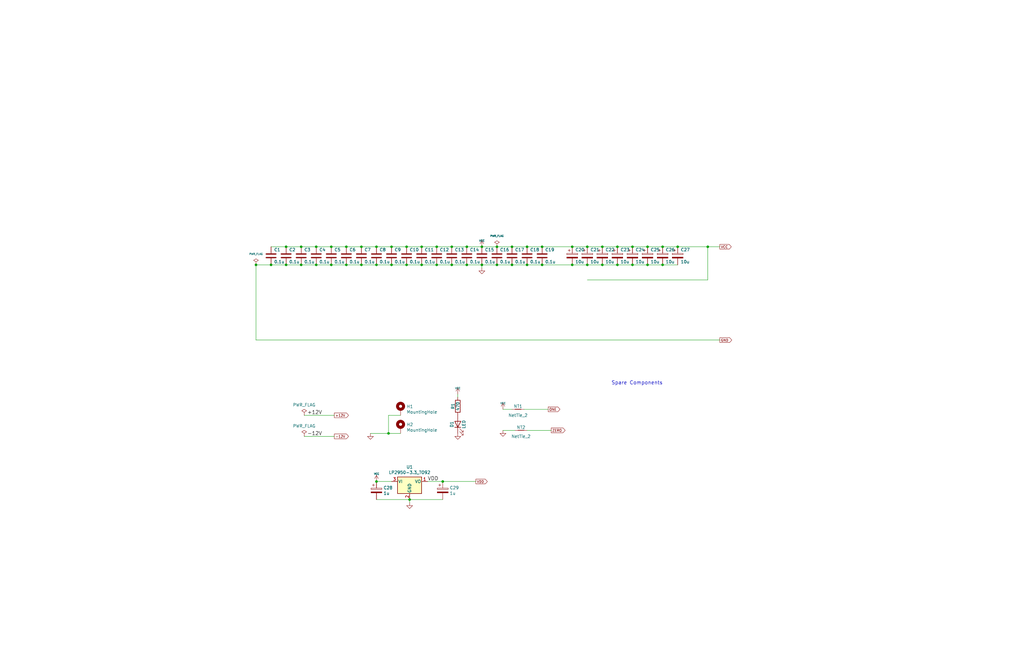
<source format=kicad_sch>
(kicad_sch (version 20211123) (generator eeschema)
  (paper "B")
  (lib_symbols
    (symbol "Device:C" (pin_numbers hide) (pin_names (offset 0.254))
      (property "Reference" "C" (at 0.635 2.54 0))
      (property "Value" "C" (at 0.635 -2.54 0))
      (symbol "C_0_1"
        (polyline (pts (xy -2.032 -0.762) (xy 2.032 -0.762)) (stroke (width 0.508)))
        (polyline (pts (xy -2.032 0.762) (xy 2.032 0.762)) (stroke (width 0.508)))
      )
      (symbol "C_1_1"
        (pin passive line (at 0 3.81 270) (length 2.794) (name "~") (number "1"))
        (pin passive line (at 0 -3.81 90) (length 2.794) (name "~") (number "2"))
      )
    )
    (symbol "Device:C_Polarized" (pin_numbers hide) (pin_names (offset 0.254))
      (property "Reference" "C" (at 0.635 2.54 0))
      (property "Value" "C_Polarized" (at 0.635 -2.54 0))
      (symbol "C_Polarized_0_1"
        (rectangle (start -2.286 0.508) (end 2.286 1.016))
        (polyline (pts (xy -1.778 2.286) (xy -0.762 2.286)))
        (polyline (pts (xy -1.27 2.794) (xy -1.27 1.778)))
        (rectangle (start 2.286 -0.508) (end -2.286 -1.016) (fill (type outline)))
      )
      (symbol "C_Polarized_1_1"
        (pin passive line (at 0 3.81 270) (length 2.794) (name "~") (number "1"))
        (pin passive line (at 0 -3.81 90) (length 2.794) (name "~") (number "2"))
      )
    )
    (symbol "Device:LED" (pin_numbers hide) (pin_names (offset 1.016) hide)
      (property "Reference" "D" (at 0 2.54 0))
      (property "Value" "LED" (at 0 -2.54 0))
      (symbol "LED_0_1"
        (polyline (pts (xy -1.27 -1.27) (xy -1.27 1.27)) (stroke (width 0.254)))
        (polyline (pts (xy -1.27 0) (xy 1.27 0)))
        (polyline (pts (xy 1.27 -1.27) (xy 1.27 1.27) (xy -1.27 0) (xy 1.27 -1.27)) (stroke (width 0.254)))
        (polyline (pts (xy -3.048 -0.762) (xy -4.572 -2.286) (xy -3.81 -2.286) (xy -4.572 -2.286) (xy -4.572 -1.524)))
        (polyline (pts (xy -1.778 -0.762) (xy -3.302 -2.286) (xy -2.54 -2.286) (xy -3.302 -2.286) (xy -3.302 -1.524)))
      )
      (symbol "LED_1_1"
        (pin passive line (at -3.81 0 0) (length 2.54) (name "K") (number "1"))
        (pin passive line (at 3.81 0 180) (length 2.54) (name "A") (number "2"))
      )
    )
    (symbol "Device:NetTie_2" (pin_numbers hide) (pin_names (offset 0) hide) (in_bom no)
      (property "Reference" "NT" (at 0 1.27 0))
      (property "Value" "NetTie_2" (at 0 -1.27 0))
      (symbol "NetTie_2_0_1"
        (polyline (pts (xy -1.27 0) (xy 1.27 0)) (stroke (width 0.254)))
      )
      (symbol "NetTie_2_1_1"
        (pin passive line (at -2.54 0 0) (length 2.54) (name "1") (number "1"))
        (pin passive line (at 2.54 0 180) (length 2.54) (name "2") (number "2"))
      )
    )
    (symbol "Device:R" (pin_numbers hide) (pin_names (offset 0))
      (property "Reference" "R" (at 2.032 0 90))
      (property "Value" "R" (at 0 0 90))
      (symbol "R_0_1"
        (rectangle (start -1.016 -2.54) (end 1.016 2.54) (stroke (width 0.254)))
      )
      (symbol "R_1_1"
        (pin passive line (at 0 3.81 270) (length 1.27) (name "~") (number "1"))
        (pin passive line (at 0 -3.81 90) (length 1.27) (name "~") (number "2"))
      )
    )
    (symbol "Mechanical:MountingHole_Pad" (pin_numbers hide) (pin_names (offset 1.016) hide)
      (property "Reference" "H" (at 0 6.35 0))
      (property "Value" "MountingHole_Pad" (at 0 4.445 0))
      (symbol "MountingHole_Pad_0_1"
        (circle (center 0 1.27) (radius 1.27) (stroke (width 1.27)))
      )
      (symbol "MountingHole_Pad_1_1"
        (pin input line (at 0 -2.54 90) (length 2.54) (name "1") (number "1"))
      )
    )
    (symbol "Regulator_Linear:LP2950-3.3_TO92" (pin_names (offset 0.254))
      (property "Reference" "U" (at -3.81 3.175 0))
      (property "Value" "LP2950-3.3_TO92" (at 0 3.175 0))
      (symbol "LP2950-3.3_TO92_0_1"
        (rectangle (start -5.08 -5.08) (end 5.08 1.905) (stroke (width 0.254)) (fill (type background)))
      )
      (symbol "LP2950-3.3_TO92_1_1"
        (pin power_out line (at 7.62 0 180) (length 2.54) (name "VO") (number "1"))
        (pin power_in line (at 0 -7.62 90) (length 2.54) (name "GND") (number "2"))
        (pin power_in line (at -7.62 0 0) (length 2.54) (name "VI") (number "3"))
      )
    )
    (symbol "power:GND" (power) (pin_names (offset 0))
      (property "Value" "GND" (at 0 -3.81 0))
      (symbol "GND_0_1"
        (polyline (pts (xy 0 0) (xy 0 -1.27) (xy 1.27 -1.27) (xy 0 -2.54) (xy -1.27 -1.27) (xy 0 -1.27)))
      )
      (symbol "GND_1_1"
        (pin power_in line (at 0 0 270) (length 0) hide (name "GND") (number "1"))
      )
    )
    (symbol "power:PWR_FLAG" (power) (pin_numbers hide) (pin_names (offset 0) hide)
      (property "Value" "PWR_FLAG" (at 0 3.81 0))
      (symbol "PWR_FLAG_0_0"
        (pin power_out line (at 0 0 90) (length 0) (name "pwr") (number "1"))
      )
      (symbol "PWR_FLAG_0_1"
        (polyline (pts (xy 0 0) (xy 0 1.27) (xy -1.016 1.905) (xy 0 2.54) (xy 1.016 1.905) (xy 0 1.27)))
      )
    )
    (symbol "power:VCC" (power) (pin_names (offset 0))
      (property "Value" "VCC" (at 0 3.81 0))
      (symbol "VCC_0_1"
        (polyline (pts (xy -0.762 1.27) (xy 0 2.54)))
        (polyline (pts (xy 0 0) (xy 0 2.54)))
        (polyline (pts (xy 0 2.54) (xy 0.762 1.27)))
      )
      (symbol "VCC_1_1"
        (pin power_in line (at 0 0 90) (length 0) hide (name "VCC") (number "1"))
      )
    )
  )
  (junction (at 273.05 104.14))
  (junction (at 241.3 111.76))
  (junction (at 158.75 203.2))
  (junction (at 279.4 111.76))
  (junction (at 127 104.14))
  (junction (at 228.6 104.14))
  (junction (at 285.75 104.14))
  (junction (at 177.8 104.14))
  (junction (at 203.2 104.14))
  (junction (at 152.4 104.14))
  (junction (at 203.2 111.76))
  (junction (at 222.25 104.14))
  (junction (at 247.65 104.14))
  (junction (at 152.4 111.76))
  (junction (at 196.85 104.14))
  (junction (at 215.9 111.76))
  (junction (at 209.55 104.14))
  (junction (at 209.55 111.76))
  (junction (at 172.72 210.82))
  (junction (at 260.35 111.76))
  (junction (at 196.85 111.76))
  (junction (at 241.3 104.14))
  (junction (at 165.1 104.14))
  (junction (at 139.7 104.14))
  (junction (at 127 111.76))
  (junction (at 114.3 111.76))
  (junction (at 260.35 104.14))
  (junction (at 177.8 111.76))
  (junction (at 163.83 182.88))
  (junction (at 107.95 111.76))
  (junction (at 171.45 104.14))
  (junction (at 190.5 104.14))
  (junction (at 184.15 104.14))
  (junction (at 266.7 111.76))
  (junction (at 158.75 104.14))
  (junction (at 133.35 111.76))
  (junction (at 171.45 111.76))
  (junction (at 165.1 111.76))
  (junction (at 279.4 104.14))
  (junction (at 298.45 104.14))
  (junction (at 266.7 104.14))
  (junction (at 247.65 111.76))
  (junction (at 146.05 104.14))
  (junction (at 228.6 111.76))
  (junction (at 184.15 111.76))
  (junction (at 215.9 104.14))
  (junction (at 190.5 111.76))
  (junction (at 254 104.14))
  (junction (at 133.35 104.14))
  (junction (at 186.69 203.2))
  (junction (at 273.05 111.76))
  (junction (at 146.05 111.76))
  (junction (at 254 111.76))
  (junction (at 222.25 111.76))
  (junction (at 139.7 111.76))
  (junction (at 120.65 111.76))
  (junction (at 158.75 111.76))
  (junction (at 120.65 104.14))
  (wire (pts (xy 152.4 111.76) (xy 158.75 111.76)))
  (wire (pts (xy 133.35 111.76) (xy 139.7 111.76)))
  (wire (pts (xy 158.75 104.14) (xy 152.4 104.14)))
  (wire (pts (xy 222.25 111.76) (xy 228.6 111.76)))
  (wire (pts (xy 203.2 111.76) (xy 209.55 111.76)))
  (wire (pts (xy 266.7 111.76) (xy 273.05 111.76)))
  (wire (pts (xy 165.1 203.2) (xy 158.75 203.2)))
  (wire (pts (xy 200.66 203.2) (xy 186.69 203.2)))
  (wire (pts (xy 190.5 111.76) (xy 196.85 111.76)))
  (wire (pts (xy 212.09 181.61) (xy 217.17 181.61)))
  (wire (pts (xy 168.91 182.88) (xy 163.83 182.88)))
  (wire (pts (xy 128.27 175.26) (xy 140.97 175.26)))
  (wire (pts (xy 165.1 104.14) (xy 158.75 104.14)))
  (wire (pts (xy 212.09 172.72) (xy 215.9 172.72)))
  (wire (pts (xy 254 111.76) (xy 260.35 111.76)))
  (wire (pts (xy 222.25 104.14) (xy 228.6 104.14)))
  (wire (pts (xy 241.3 104.14) (xy 247.65 104.14)))
  (wire (pts (xy 247.65 111.76) (xy 254 111.76)))
  (wire (pts (xy 260.35 104.14) (xy 266.7 104.14)))
  (wire (pts (xy 172.72 210.82) (xy 186.69 210.82)))
  (wire (pts (xy 196.85 111.76) (xy 203.2 111.76)))
  (wire (pts (xy 209.55 104.14) (xy 215.9 104.14)))
  (wire (pts (xy 158.75 111.76) (xy 165.1 111.76)))
  (wire (pts (xy 107.95 111.76) (xy 114.3 111.76)))
  (wire (pts (xy 228.6 104.14) (xy 241.3 104.14)))
  (wire (pts (xy 203.2 104.14) (xy 209.55 104.14)))
  (wire (pts (xy 120.65 104.14) (xy 114.3 104.14)))
  (wire (pts (xy 180.34 203.2) (xy 186.69 203.2)))
  (wire (pts (xy 184.15 104.14) (xy 190.5 104.14)))
  (wire (pts (xy 171.45 104.14) (xy 177.8 104.14)))
  (wire (pts (xy 128.27 184.15) (xy 140.97 184.15)))
  (wire (pts (xy 260.35 111.76) (xy 266.7 111.76)))
  (wire (pts (xy 127 111.76) (xy 133.35 111.76)))
  (wire (pts (xy 172.72 212.09) (xy 172.72 210.82)))
  (wire (pts (xy 279.4 104.14) (xy 285.75 104.14)))
  (wire (pts (xy 298.45 118.11) (xy 298.45 104.14)))
  (wire (pts (xy 127 104.14) (xy 120.65 104.14)))
  (wire (pts (xy 273.05 111.76) (xy 279.4 111.76)))
  (wire (pts (xy 139.7 111.76) (xy 146.05 111.76)))
  (wire (pts (xy 114.3 111.76) (xy 120.65 111.76)))
  (wire (pts (xy 215.9 111.76) (xy 222.25 111.76)))
  (wire (pts (xy 247.65 118.11) (xy 298.45 118.11)))
  (wire (pts (xy 279.4 111.76) (xy 285.75 111.76)))
  (wire (pts (xy 254 104.14) (xy 260.35 104.14)))
  (wire (pts (xy 107.95 143.51) (xy 303.53 143.51)))
  (wire (pts (xy 177.8 111.76) (xy 184.15 111.76)))
  (wire (pts (xy 298.45 104.14) (xy 303.53 104.14)))
  (wire (pts (xy 220.98 172.72) (xy 231.14 172.72)))
  (wire (pts (xy 152.4 104.14) (xy 146.05 104.14)))
  (wire (pts (xy 168.91 175.26) (xy 163.83 175.26)))
  (wire (pts (xy 203.2 111.76) (xy 203.2 113.03)))
  (wire (pts (xy 133.35 104.14) (xy 127 104.14)))
  (wire (pts (xy 146.05 104.14) (xy 139.7 104.14)))
  (wire (pts (xy 107.95 111.76) (xy 107.95 143.51)))
  (wire (pts (xy 184.15 111.76) (xy 190.5 111.76)))
  (wire (pts (xy 158.75 210.82) (xy 172.72 210.82)))
  (wire (pts (xy 193.04 167.64) (xy 193.04 166.37)))
  (wire (pts (xy 247.65 104.14) (xy 254 104.14)))
  (wire (pts (xy 228.6 111.76) (xy 241.3 111.76)))
  (wire (pts (xy 165.1 111.76) (xy 171.45 111.76)))
  (wire (pts (xy 273.05 104.14) (xy 279.4 104.14)))
  (wire (pts (xy 171.45 104.14) (xy 165.1 104.14)))
  (wire (pts (xy 222.25 181.61) (xy 232.41 181.61)))
  (wire (pts (xy 266.7 104.14) (xy 273.05 104.14)))
  (wire (pts (xy 190.5 104.14) (xy 196.85 104.14)))
  (wire (pts (xy 177.8 104.14) (xy 184.15 104.14)))
  (wire (pts (xy 163.83 175.26) (xy 163.83 182.88)))
  (wire (pts (xy 139.7 104.14) (xy 133.35 104.14)))
  (wire (pts (xy 171.45 111.76) (xy 177.8 111.76)))
  (wire (pts (xy 241.3 111.76) (xy 247.65 111.76)))
  (wire (pts (xy 196.85 104.14) (xy 203.2 104.14)))
  (wire (pts (xy 120.65 111.76) (xy 127 111.76)))
  (wire (pts (xy 215.9 104.14) (xy 222.25 104.14)))
  (wire (pts (xy 146.05 111.76) (xy 152.4 111.76)))
  (wire (pts (xy 285.75 104.14) (xy 298.45 104.14)))
  (wire (pts (xy 209.55 111.76) (xy 215.9 111.76)))
  (wire (pts (xy 163.83 182.88) (xy 156.21 182.88)))
  (text "Spare Components" (at 257.81 162.56 0) (effects (font (size 1.524 1.524)) (justify left bottom)))
  (label "VDD" (at 180.34 203.2 0) (effects (font (size 1.524 1.524))))
  (label "-12V" (at 129.54 184.15 0) (effects (font (size 1.524 1.524))))
  (label "+12V" (at 129.54 175.26 0) (effects (font (size 1.524 1.524))))
  (global_label "VDD" (shape output) (at 200.66 203.2 0) (effects (font (size 1.016 1.016))) (property "Intersheet References" "${INTERSHEET_REFS}" (effects hide)))
  (global_label "ZERO" (shape output) (at 232.41 181.61 0) (effects (font (size 1.016 1.016))) (property "Intersheet References" "${INTERSHEET_REFS}" (effects hide)))
  (global_label "VCC" (shape output) (at 303.53 104.14 0) (effects (font (size 1.016 1.016))) (property "Intersheet References" "${INTERSHEET_REFS}" (effects hide)))
  (global_label "+12V" (shape output) (at 140.97 175.26 0) (effects (font (size 1.016 1.016))) (property "Intersheet References" "${INTERSHEET_REFS}" (effects hide)))
  (global_label "GND" (shape output) (at 303.53 143.51 0) (effects (font (size 1.016 1.016))) (property "Intersheet References" "${INTERSHEET_REFS}" (effects hide)))
  (global_label "-12V" (shape output) (at 140.97 184.15 0) (effects (font (size 1.016 1.016))) (property "Intersheet References" "${INTERSHEET_REFS}" (effects hide)))
  (global_label "ONE" (shape output) (at 231.14 172.72 0) (effects (font (size 1.016 1.016))) (property "Intersheet References" "${INTERSHEET_REFS}" (effects hide)))
  (symbol (lib_id "Device:C_Polarized") (at 285.75 107.95 0) (unit 1)
    (property "Reference" "C27" (at 287.02 105.41 0) (effects (justify left)))
    (property "Value" "10u" (at 287.02 110.49 0) (effects (justify left)))
    (property "Footprint" "Capacitor_THT:CP_Radial_D5.0mm_P2.50mm" (effects hide))
  )
  (symbol (lib_id "Device:C") (at 114.3 107.95 0) (unit 1)
    (property "Reference" "C1" (at 115.57 105.41 0) (effects (justify left)))
    (property "Value" "0.1u" (at 115.57 110.49 0) (effects (justify left)))
    (property "Footprint" "Capacitor_THT:C_Disc_D5.0mm_W2.5mm_P5.00mm" (effects hide))
  )
  (symbol (lib_id "power:GND") (at 203.2 113.03 0) (unit 1)
    (property "Reference" "#PWR05" (effects hide))
    (property "Value" "GND" (effects hide))
  )
  (symbol (lib_id "power:VCC") (at 203.2 104.14 0) (unit 1)
    (property "Reference" "#PWR04" (effects hide))
    (property "Value" "VCC" (at 203.2 101.6 0) (effects (font (size 0.762 0.762))))
  )
  (symbol (lib_id "Device:C") (at 215.9 107.95 0) (unit 1)
    (property "Reference" "C17" (at 217.17 105.41 0) (effects (justify left)))
    (property "Value" "0.1u" (at 217.17 110.49 0) (effects (justify left)))
    (property "Footprint" "Capacitor_THT:C_Disc_D5.0mm_W2.5mm_P5.00mm" (effects hide))
  )
  (symbol (lib_id "Device:C") (at 165.1 107.95 0) (unit 1)
    (property "Reference" "C9" (at 166.37 105.41 0) (effects (justify left)))
    (property "Value" "0.1u" (at 166.37 110.49 0) (effects (justify left)))
    (property "Footprint" "Capacitor_THT:C_Disc_D5.0mm_W2.5mm_P5.00mm" (effects hide))
  )
  (symbol (lib_id "Device:C") (at 171.45 107.95 0) (unit 1)
    (property "Reference" "C10" (at 172.72 105.41 0) (effects (justify left)))
    (property "Value" "0.1u" (at 172.72 110.49 0) (effects (justify left)))
    (property "Footprint" "Capacitor_THT:C_Disc_D5.0mm_W2.5mm_P5.00mm" (effects hide))
  )
  (symbol (lib_id "Device:C_Polarized") (at 266.7 107.95 0) (unit 1)
    (property "Reference" "C24" (at 267.97 105.41 0) (effects (justify left)))
    (property "Value" "10u" (at 267.97 110.49 0) (effects (justify left)))
    (property "Footprint" "Capacitor_THT:CP_Radial_D5.0mm_P2.50mm" (effects hide))
  )
  (symbol (lib_id "Device:C_Polarized") (at 273.05 107.95 0) (unit 1)
    (property "Reference" "C25" (at 274.32 105.41 0) (effects (justify left)))
    (property "Value" "10u" (at 274.32 110.49 0) (effects (justify left)))
    (property "Footprint" "Capacitor_THT:CP_Radial_D5.0mm_P2.50mm" (effects hide))
  )
  (symbol (lib_id "Device:C") (at 127 107.95 0) (unit 1)
    (property "Reference" "C3" (at 128.27 105.41 0) (effects (justify left)))
    (property "Value" "0.1u" (at 128.27 110.49 0) (effects (justify left)))
    (property "Footprint" "Capacitor_THT:C_Disc_D5.0mm_W2.5mm_P5.00mm" (effects hide))
  )
  (symbol (lib_id "Device:C") (at 133.35 107.95 0) (unit 1)
    (property "Reference" "C4" (at 134.62 105.41 0) (effects (justify left)))
    (property "Value" "0.1u" (at 134.62 110.49 0) (effects (justify left)))
    (property "Footprint" "Capacitor_THT:C_Disc_D5.0mm_W2.5mm_P5.00mm" (effects hide))
  )
  (symbol (lib_id "Device:C") (at 139.7 107.95 0) (unit 1)
    (property "Reference" "C5" (at 140.97 105.41 0) (effects (justify left)))
    (property "Value" "0.1u" (at 140.97 110.49 0) (effects (justify left)))
    (property "Footprint" "Capacitor_THT:C_Disc_D5.0mm_W2.5mm_P5.00mm" (effects hide))
  )
  (symbol (lib_id "power:GND") (at 193.04 182.88 0) (unit 1)
    (property "Reference" "#PWR03" (effects hide))
    (property "Value" "GND" (effects hide))
  )
  (symbol (lib_id "Device:C") (at 152.4 107.95 0) (unit 1)
    (property "Reference" "C7" (at 153.67 105.41 0) (effects (justify left)))
    (property "Value" "0.1u" (at 153.67 110.49 0) (effects (justify left)))
    (property "Footprint" "Capacitor_THT:C_Disc_D5.0mm_W2.5mm_P5.00mm" (effects hide))
  )
  (symbol (lib_id "Device:C_Polarized") (at 279.4 107.95 0) (unit 1)
    (property "Reference" "C26" (at 280.67 105.41 0) (effects (justify left)))
    (property "Value" "10u" (at 280.67 110.49 0) (effects (justify left)))
    (property "Footprint" "Capacitor_THT:CP_Radial_D5.0mm_P2.50mm" (effects hide))
  )
  (symbol (lib_id "Device:C") (at 177.8 107.95 0) (unit 1)
    (property "Reference" "C11" (at 179.07 105.41 0) (effects (justify left)))
    (property "Value" "0.1u" (at 179.07 110.49 0) (effects (justify left)))
    (property "Footprint" "Capacitor_THT:C_Disc_D5.0mm_W2.5mm_P5.00mm" (effects hide))
  )
  (symbol (lib_id "Device:C") (at 184.15 107.95 0) (unit 1)
    (property "Reference" "C12" (at 185.42 105.41 0) (effects (justify left)))
    (property "Value" "0.1u" (at 185.42 110.49 0) (effects (justify left)))
    (property "Footprint" "Capacitor_THT:C_Disc_D5.0mm_W2.5mm_P5.00mm" (effects hide))
  )
  (symbol (lib_id "Device:C") (at 190.5 107.95 0) (unit 1)
    (property "Reference" "C13" (at 191.77 105.41 0) (effects (justify left)))
    (property "Value" "0.1u" (at 191.77 110.49 0) (effects (justify left)))
    (property "Footprint" "Capacitor_THT:C_Disc_D5.0mm_W2.5mm_P5.00mm" (effects hide))
  )
  (symbol (lib_id "power:GND") (at 212.09 181.61 0) (unit 1)
    (property "Reference" "#PWR07" (effects hide))
    (property "Value" "GND" (effects hide))
  )
  (symbol (lib_id "power:GND") (at 156.21 182.88 0) (unit 1)
    (property "Reference" "#PWR01" (effects hide))
    (property "Value" "GND" (effects hide))
  )
  (symbol (lib_id "Mechanical:MountingHole_Pad") (at 168.91 180.34 0) (unit 1)
    (property "Reference" "H2" (at 171.45 179.1716 0) (effects (justify left)))
    (property "Value" "MountingHole" (at 171.45 181.483 0) (effects (justify left)))
    (property "Footprint" "MountingHole:MountingHole_3.2mm_M3_Pad" (effects hide))
  )
  (symbol (lib_id "Device:C") (at 196.85 107.95 0) (unit 1)
    (property "Reference" "C14" (at 198.12 105.41 0) (effects (justify left)))
    (property "Value" "0.1u" (at 198.12 110.49 0) (effects (justify left)))
    (property "Footprint" "Capacitor_THT:C_Disc_D5.0mm_W2.5mm_P5.00mm" (effects hide))
  )
  (symbol (lib_id "Device:C") (at 203.2 107.95 0) (unit 1)
    (property "Reference" "C15" (at 204.47 105.41 0) (effects (justify left)))
    (property "Value" "0.1u" (at 204.47 110.49 0) (effects (justify left)))
    (property "Footprint" "Capacitor_THT:C_Disc_D5.0mm_W2.5mm_P5.00mm" (effects hide))
  )
  (symbol (lib_id "Mechanical:MountingHole_Pad") (at 168.91 172.72 0) (unit 1)
    (property "Reference" "H1" (at 171.45 171.5516 0) (effects (justify left)))
    (property "Value" "MountingHole" (at 171.45 173.863 0) (effects (justify left)))
    (property "Footprint" "MountingHole:MountingHole_3.2mm_M3_Pad" (effects hide))
  )
  (symbol (lib_id "power:PWR_FLAG") (at 128.27 175.26 0) (unit 1)
    (property "Reference" "#FLG02" (effects hide))
    (property "Value" "PWR_FLAG" (at 128.27 170.8658 0))
  )
  (symbol (lib_id "power:PWR_FLAG") (at 128.27 184.15 0) (unit 1)
    (property "Reference" "#FLG03" (effects hide))
    (property "Value" "PWR_FLAG" (at 128.27 179.7558 0))
  )
  (symbol (lib_id "power:PWR_FLAG") (at 209.55 104.14 0) (unit 1)
    (property "Reference" "#FLG04" (effects hide))
    (property "Value" "PWR_FLAG" (at 209.55 99.568 0) (effects (font (size 0.762 0.762))))
  )
  (symbol (lib_id "Device:C_Polarized") (at 241.3 107.95 0) (unit 1)
    (property "Reference" "C20" (at 242.57 105.41 0) (effects (justify left)))
    (property "Value" "10u" (at 242.57 110.49 0) (effects (justify left)))
    (property "Footprint" "Capacitor_THT:CP_Radial_D5.0mm_P2.50mm" (effects hide))
  )
  (symbol (lib_id "Device:C_Polarized") (at 247.65 107.95 0) (unit 1)
    (property "Reference" "C21" (at 248.92 105.41 0) (effects (justify left)))
    (property "Value" "10u" (at 248.92 110.49 0) (effects (justify left)))
    (property "Footprint" "Capacitor_THT:CP_Radial_D5.0mm_P2.50mm" (effects hide))
  )
  (symbol (lib_id "Device:LED") (at 193.04 179.07 90) (unit 1)
    (property "Reference" "D1" (at 190.5 179.07 0))
    (property "Value" "LED" (at 195.58 179.07 0))
    (property "Footprint" "LED_THT:LED_D3.0mm_Horizontal_O3.81mm_Z2.0mm" (effects hide))
  )
  (symbol (lib_id "Device:R") (at 193.04 171.45 180) (unit 1)
    (property "Reference" "R1" (at 191.008 171.45 90))
    (property "Value" "470" (at 193.04 171.45 90))
    (property "Footprint" "Resistor_THT:R_Axial_DIN0207_L6.3mm_D2.5mm_P7.62mm_Horizontal" (effects hide))
  )
  (symbol (lib_id "Device:C") (at 120.65 107.95 0) (unit 1)
    (property "Reference" "C2" (at 121.92 105.41 0) (effects (justify left)))
    (property "Value" "0.1u" (at 121.92 110.49 0) (effects (justify left)))
    (property "Footprint" "Capacitor_THT:C_Disc_D5.0mm_W2.5mm_P5.00mm" (effects hide))
  )
  (symbol (lib_id "power:VCC") (at 193.04 166.37 0) (unit 1)
    (property "Reference" "#PWR02" (effects hide))
    (property "Value" "VCC" (at 193.04 163.83 0) (effects (font (size 0.762 0.762))))
  )
  (symbol (lib_id "Device:C") (at 146.05 107.95 0) (unit 1)
    (property "Reference" "C6" (at 147.32 105.41 0) (effects (justify left)))
    (property "Value" "0.1u" (at 147.32 110.49 0) (effects (justify left)))
    (property "Footprint" "Capacitor_THT:C_Disc_D5.0mm_W2.5mm_P5.00mm" (effects hide))
  )
  (symbol (lib_id "power:PWR_FLAG") (at 107.95 111.76 0) (unit 1)
    (property "Reference" "#FLG01" (effects hide))
    (property "Value" "PWR_FLAG" (at 107.95 107.188 0) (effects (font (size 0.762 0.762))))
  )
  (symbol (lib_id "Device:C") (at 228.6 107.95 0) (unit 1)
    (property "Reference" "C19" (at 229.87 105.41 0) (effects (justify left)))
    (property "Value" "0.1u" (at 229.87 110.49 0) (effects (justify left)))
    (property "Footprint" "Capacitor_THT:C_Disc_D5.0mm_W2.5mm_P5.00mm" (effects hide))
  )
  (symbol (lib_id "Device:C") (at 158.75 107.95 0) (unit 1)
    (property "Reference" "C8" (at 160.02 105.41 0) (effects (justify left)))
    (property "Value" "0.1u" (at 160.02 110.49 0) (effects (justify left)))
    (property "Footprint" "Capacitor_THT:C_Disc_D5.0mm_W2.5mm_P5.00mm" (effects hide))
  )
  (symbol (lib_id "Device:C") (at 222.25 107.95 0) (unit 1)
    (property "Reference" "C18" (at 223.52 105.41 0) (effects (justify left)))
    (property "Value" "0.1u" (at 223.52 110.49 0) (effects (justify left)))
    (property "Footprint" "Capacitor_THT:C_Disc_D5.0mm_W2.5mm_P5.00mm" (effects hide))
  )
  (symbol (lib_id "Device:C_Polarized") (at 254 107.95 0) (unit 1)
    (property "Reference" "C22" (at 255.27 105.41 0) (effects (justify left)))
    (property "Value" "10u" (at 255.27 110.49 0) (effects (justify left)))
    (property "Footprint" "Capacitor_THT:CP_Radial_D5.0mm_P2.50mm" (effects hide))
  )
  (symbol (lib_id "Device:C_Polarized") (at 260.35 107.95 0) (unit 1)
    (property "Reference" "C23" (at 261.62 105.41 0) (effects (justify left)))
    (property "Value" "10u" (at 261.62 110.49 0) (effects (justify left)))
    (property "Footprint" "Capacitor_THT:CP_Radial_D5.0mm_P2.50mm" (effects hide))
  )
  (symbol (lib_id "Device:C") (at 209.55 107.95 0) (unit 1)
    (property "Reference" "C16" (at 210.82 105.41 0) (effects (justify left)))
    (property "Value" "0.1u" (at 210.82 110.49 0) (effects (justify left)))
    (property "Footprint" "Capacitor_THT:C_Disc_D5.0mm_W2.5mm_P5.00mm" (effects hide))
  )
  (symbol (lib_id "Device:C_Polarized") (at 158.75 207.01 0) (unit 1)
    (property "Reference" "C28" (at 161.671 205.8416 0) (effects (justify left)))
    (property "Value" "1u" (at 161.671 208.153 0) (effects (justify left)))
    (property "Footprint" "Capacitor_THT:CP_Radial_D5.0mm_P2.50mm" (effects hide))
  )
  (symbol (lib_id "power:VCC") (at 212.09 172.72 0) (unit 1)
    (property "Reference" "#PWR06" (effects hide))
    (property "Value" "VCC" (at 212.09 170.18 0) (effects (font (size 0.762 0.762))))
  )
  (symbol (lib_id "Device:C_Polarized") (at 186.69 207.01 0) (unit 1)
    (property "Reference" "C29" (at 189.611 205.8416 0) (effects (justify left)))
    (property "Value" "1u" (at 189.611 208.153 0) (effects (justify left)))
    (property "Footprint" "Capacitor_THT:CP_Radial_D5.0mm_P2.50mm" (effects hide))
  )
  (symbol (lib_id "Device:NetTie_2") (at 218.44 172.72 0) (unit 1) (in_bom no)
    (property "Reference" "NT1" (at 218.44 171.45 0))
    (property "Value" "NetTie_2" (at 218.44 175.26 0))
    (property "Footprint" "NetTie:NetTie-2_THT_Pad0.3mm" (effects hide))
  )
  (symbol (lib_id "Regulator_Linear:LP2950-3.3_TO92") (at 172.72 203.2 0) (unit 1)
    (property "Reference" "U1" (at 172.72 197.0532 0))
    (property "Value" "LP2950-3.3_TO92" (at 172.72 199.3646 0))
    (property "Footprint" "Package_TO_SOT_THT:TO-92_Inline" (effects hide))
    (property "Datasheet" "http://www.ti.com/lit/ds/symlink/lp2950.pdf" (effects hide))
  )
  (symbol (lib_id "power:VCC") (at 158.75 203.2 0) (unit 1)
    (property "Reference" "#PWR08" (effects hide))
    (property "Value" "VCC" (at 158.8262 199.9488 0) (effects (font (size 0.762 0.762))))
  )
  (symbol (lib_id "power:GND") (at 172.72 212.09 0) (unit 1)
    (property "Reference" "#PWR09" (effects hide))
    (property "Value" "GND" (effects hide))
  )
  (symbol (lib_id "Device:NetTie_2") (at 219.71 181.61 0) (unit 1) (in_bom no)
    (property "Reference" "NT2" (at 219.71 180.34 0))
    (property "Value" "NetTie_2" (at 219.71 184.15 0))
    (property "Footprint" "NetTie:NetTie-2_THT_Pad0.3mm" (effects hide))
  )
)
</source>
